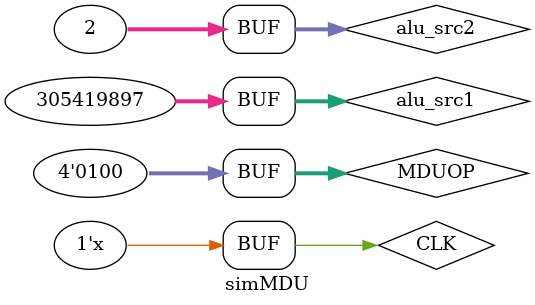
<source format=v>
`timescale 1ns / 1ps

module simMDU();
    reg CLK;
    reg [3:0]MDUOP;
    reg [31:0]alu_src1;
    reg [31:0]alu_src2;
    wire MDUPause;
    wire [63:0]HILO;

    always #5 CLK=~CLK;
    initial begin
        CLK=0;MDUOP=4'b0000;alu_src1=32'h0;alu_src2=32'h0;#100;
        MDUOP=4'b0100;alu_src1=32'h12345679;alu_src2=32'h2;
    end




    MDU mdu(
        .clk(~CLK),
        .mdu_op(MDUOP),
        .rsc1(alu_src1),
        .rsc2(alu_src2),
        .mdu_pause(MDUPause),
        .HILO(HILO)
    );
endmodule

</source>
